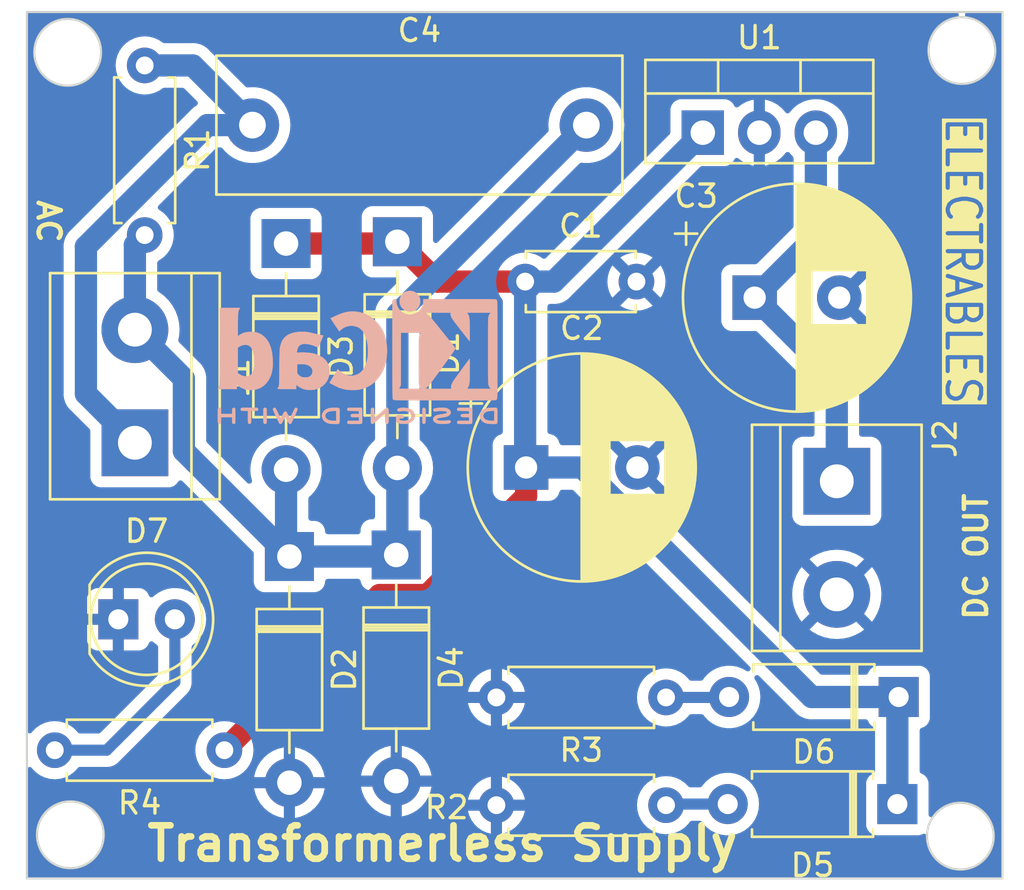
<source format=kicad_pcb>
(kicad_pcb (version 20221018) (generator pcbnew)
  (layers (0 "F.Cu" signal) (31 "B.Cu" signal) (34 "B.Paste" user) (35 "F.Paste" user) (36 "B.SilkS" user "B.Silkscreen") (37 "F.SilkS" user "F.Silkscreen") (38 "B.Mask" user) (39 "F.Mask" user) (44 "Edge.Cuts" user))
  (net 0 "")
  (net 1 "Net-(D1-K)")
  (net 2 "GND")
  (net 3 "/5V")
  (net 4 "Net-(J1-Pin_1)")
  (net 5 "Net-(D1-A)")
  (net 6 "Net-(D5-A)")
  (net 7 "Net-(D6-A)")
  (net 8 "Net-(D7-A)")
  (footprint "Diode_THT:D_DO-41_SOD81_P10.16mm_Horizontal" (layer "F.Cu") (at 132.62 93.846161 -90)
    (fp_text reference "D2" (at 5.08 -2.47 90) (layer "F.SilkS"))
    (fp_text value "1N4007")
    (pad "1" thru_hole rect (at 0 0 270) (size 2.2 2.2) (drill 1.1) (layers "*.Cu" "*.Mask") (net 5 "Net-(D1-A)"))
    (pad "2" thru_hole oval (at 10.16 0 270) (size 2.2 2.2) (drill 1.1) (layers "*.Cu" "*.Mask") (net 2 "GND"))
  )
  (footprint "Package_TO_SOT_THT:TO-220-3_Vertical" (layer "F.Cu") (at 151.19 74.806161)
    (fp_text reference "U1" (at 2.54 -4.27) (layer "F.SilkS"))
    (fp_text value "L7805")
    (pad "1" thru_hole rect (at 0 0) (size 1.905 2) (drill 1.1) (layers "*.Cu" "*.Mask") (net 1 "Net-(D1-K)"))
    (pad "2" thru_hole oval (at 2.54 0) (size 1.905 2) (drill 1.1) (layers "*.Cu" "*.Mask") (net 2 "GND"))
    (pad "3" thru_hole oval (at 5.08 0) (size 1.905 2) (drill 1.1) (layers "*.Cu" "*.Mask") (net 3 "/5V"))
  )
  (footprint "Capacitor_THT:C_Rect_L18.0mm_W6.0mm_P15.00mm_FKS3_FKP3" (layer "F.Cu") (at 130.96 74.466161)
    (fp_text reference "C4" (at 7.5 -4.25) (layer "F.SilkS"))
    (fp_text value "225k/2.2uF")
    (pad "1" thru_hole circle (at 0 0) (size 2.4 2.4) (drill 1.2) (layers "*.Cu" "*.Mask") (net 4 "Net-(J1-Pin_1)"))
    (pad "2" thru_hole circle (at 15 0) (size 2.4 2.4) (drill 1.2) (layers "*.Cu" "*.Mask") (net 5 "Net-(D1-A)"))
  )
  (footprint "Diode_THT:D_DO-41_SOD81_P10.16mm_Horizontal" (layer "F.Cu") (at 132.47 79.786161 -90)
    (fp_text reference "D3" (at 5.08 -2.47 90) (layer "F.SilkS"))
    (fp_text value "1N4007")
    (pad "1" thru_hole rect (at 0 0 270) (size 2.2 2.2) (drill 1.1) (layers "*.Cu" "*.Mask") (net 1 "Net-(D1-K)"))
    (pad "2" thru_hole oval (at 10.16 0 270) (size 2.2 2.2) (drill 1.1) (layers "*.Cu" "*.Mask") (net 5 "Net-(D1-A)"))
  )
  (footprint "Capacitor_THT:C_Disc_D4.7mm_W2.5mm_P5.00mm" (layer "F.Cu") (at 143.21 81.496161)
    (fp_text reference "C1" (at 2.5 -2.5) (layer "F.SilkS"))
    (fp_text value "0.1uF")
    (pad "1" thru_hole circle (at 0 0) (size 1.6 1.6) (drill 0.8) (layers "*.Cu" "*.Mask") (net 1 "Net-(D1-K)"))
    (pad "2" thru_hole circle (at 5 0) (size 1.6 1.6) (drill 0.8) (layers "*.Cu" "*.Mask") (net 2 "GND"))
  )
  (footprint "Diode_THT:D_DO-41_SOD81_P10.16mm_Horizontal" (layer "F.Cu") (at 137.47 79.706161 -90)
    (fp_text reference "D1" (at 5.01 -2.24 90) (layer "F.SilkS"))
    (fp_text value "1N4007")
    (pad "1" thru_hole rect (at 0 0 270) (size 2.2 2.2) (drill 1.1) (layers "*.Cu" "*.Mask") (net 1 "Net-(D1-K)"))
    (pad "2" thru_hole oval (at 10.16 0 270) (size 2.2 2.2) (drill 1.1) (layers "*.Cu" "*.Mask") (net 5 "Net-(D1-A)"))
  )
  (footprint "TerminalBlock:TerminalBlock_bornier-2_P5.08mm" (layer "F.Cu") (at 125.68 88.736161 90)
    (fp_text reference "J1" (at 2.94 4.62 90) (layer "F.SilkS"))
    (fp_text value "Screw_Terminal_01x02")
    (pad "1" thru_hole rect (at 0 0 90) (size 3 3) (drill 1.52) (layers "*.Cu" "*.Mask") (net 4 "Net-(J1-Pin_1)"))
    (pad "2" thru_hole circle (at 5.08 0 90) (size 3 3) (drill 1.52) (layers "*.Cu" "*.Mask") (net 5 "Net-(D1-A)"))
  )
  (footprint "Diode_THT:D_A-405_P7.62mm_Horizontal" (layer "F.Cu") (at 159.93 104.966161 180)
    (fp_text reference "D5" (at 3.81 -2.75) (layer "F.SilkS"))
    (fp_text value "D_Zener")
    (pad "1" thru_hole rect (at 0 0 180) (size 1.8 1.8) (drill 0.9) (layers "*.Cu" "*.Mask") (net 1 "Net-(D1-K)"))
    (pad "2" thru_hole oval (at 7.62 0 180) (size 1.8 1.8) (drill 0.9) (layers "*.Cu" "*.Mask") (net 6 "Net-(D5-A)"))
  )
  (footprint "Diode_THT:D_A-405_P7.62mm_Horizontal" (layer "F.Cu") (at 159.99 100.156161 180)
    (fp_text reference "D6" (at 3.81 -2.47) (layer "F.SilkS"))
    (fp_text value "D_Zener")
    (pad "1" thru_hole rect (at 0 0 180) (size 1.8 1.8) (drill 0.9) (layers "*.Cu" "*.Mask") (net 1 "Net-(D1-K)"))
    (pad "2" thru_hole oval (at 7.62 0 180) (size 1.8 1.8) (drill 0.9) (layers "*.Cu" "*.Mask") (net 7 "Net-(D6-A)"))
  )
  (footprint "Resistor_THT:R_Axial_DIN0207_L6.3mm_D2.5mm_P7.62mm_Horizontal" (layer "F.Cu") (at 129.7 102.546161 180)
    (fp_text reference "R4" (at 3.81 -2.37) (layer "F.SilkS"))
    (fp_text value "2.2k")
    (pad "1" thru_hole circle (at 0 0 180) (size 1.6 1.6) (drill 0.8) (layers "*.Cu" "*.Mask") (net 1 "Net-(D1-K)"))
    (pad "2" thru_hole oval (at 7.62 0 180) (size 1.6 1.6) (drill 0.8) (layers "*.Cu" "*.Mask") (net 8 "Net-(D7-A)"))
  )
  (footprint "Resistor_THT:R_Axial_DIN0207_L6.3mm_D2.5mm_P7.62mm_Horizontal" (layer "F.Cu") (at 126.12 71.786161 -90)
    (fp_text reference "R1" (at 3.81 -2.37 90) (layer "F.SilkS"))
    (fp_text value "1M")
    (pad "1" thru_hole circle (at 0 0 270) (size 1.6 1.6) (drill 0.8) (layers "*.Cu" "*.Mask") (net 4 "Net-(J1-Pin_1)"))
    (pad "2" thru_hole oval (at 7.62 0 270) (size 1.6 1.6) (drill 0.8) (layers "*.Cu" "*.Mask") (net 5 "Net-(D1-A)"))
  )
  (footprint "Diode_THT:D_DO-41_SOD81_P10.16mm_Horizontal" (layer "F.Cu") (at 137.42 93.776161 -90)
    (fp_text reference "D4" (at 5.08 -2.47 90) (layer "F.SilkS"))
    (fp_text value "1N4007")
    (pad "1" thru_hole rect (at 0 0 270) (size 2.2 2.2) (drill 1.1) (layers "*.Cu" "*.Mask") (net 5 "Net-(D1-A)"))
    (pad "2" thru_hole oval (at 10.16 0 270) (size 2.2 2.2) (drill 1.1) (layers "*.Cu" "*.Mask") (net 2 "GND"))
  )
  (footprint "LED_THT:LED_D5.0mm" (layer "F.Cu") (at 124.935 96.666161)
    (fp_text reference "D7" (at 1.27 -3.96) (layer "F.SilkS"))
    (fp_text value "LED")
    (pad "1" thru_hole rect (at 0 0) (size 1.8 1.8) (drill 0.9) (layers "*.Cu" "*.Mask") (net 2 "GND"))
    (pad "2" thru_hole circle (at 2.54 0) (size 1.8 1.8) (drill 0.9) (layers "*.Cu" "*.Mask") (net 8 "Net-(D7-A)"))
  )
  (footprint "Resistor_THT:R_Axial_DIN0207_L6.3mm_D2.5mm_P7.62mm_Horizontal" (layer "F.Cu") (at 149.54 100.176161 180)
    (fp_text reference "R3" (at 3.81 -2.37) (layer "F.SilkS"))
    (fp_text value "20k")
    (pad "1" thru_hole circle (at 0 0 180) (size 1.6 1.6) (drill 0.8) (layers "*.Cu" "*.Mask") (net 7 "Net-(D6-A)"))
    (pad "2" thru_hole oval (at 7.62 0 180) (size 1.6 1.6) (drill 0.8) (layers "*.Cu" "*.Mask") (net 2 "GND"))
  )
  (footprint "Capacitor_THT:CP_Radial_D10.0mm_P3.80mm" (layer "F.Cu") (at 153.52 82.216161)
    (fp_text reference "C3" (at -2.63 -4.56) (layer "F.SilkS"))
    (fp_text value "470uF")
    (pad "1" thru_hole rect (at 0 0) (size 2 2) (drill 1) (layers "*.Cu" "*.Mask") (net 3 "/5V"))
    (pad "2" thru_hole circle (at 3.8 0) (size 2 2) (drill 1) (layers "*.Cu" "*.Mask") (net 2 "GND"))
  )
  (footprint "Capacitor_THT:CP_Radial_D10.0mm_P5.00mm" (layer "F.Cu") (at 143.252323 89.846161)
    (fp_text reference "C2" (at 2.5 -6.25) (layer "F.SilkS"))
    (fp_text value "1000uF")
    (pad "1" thru_hole rect (at 0 0) (size 2 2) (drill 1) (layers "*.Cu" "*.Mask") (net 1 "Net-(D1-K)"))
    (pad "2" thru_hole circle (at 5 0) (size 2 2) (drill 1) (layers "*.Cu" "*.Mask") (net 2 "GND"))
  )
  (footprint "TerminalBlock:TerminalBlock_bornier-2_P5.08mm" (layer "F.Cu") (at 157.21 90.466161 -90)
    (fp_text reference "J2" (at -1.916161 -4.86 90) (layer "F.SilkS"))
    (fp_text value "Screw_Terminal_01x02")
    (pad "1" thru_hole rect (at 0 0 270) (size 3 3) (drill 1.52) (layers "*.Cu" "*.Mask") (net 3 "/5V"))
    (pad "2" thru_hole circle (at 5.08 0 270) (size 3 3) (drill 1.52) (layers "*.Cu" "*.Mask") (net 2 "GND"))
  )
  (footprint "Resistor_THT:R_Axial_DIN0207_L6.3mm_D2.5mm_P7.62mm_Horizontal" (layer "F.Cu") (at 149.54 105.016161 180)
    (fp_text reference "R2" (at 9.86 -0.103839) (layer "F.SilkS"))
    (fp_text value "20k")
    (pad "1" thru_hole circle (at 0 0 180) (size 1.6 1.6) (drill 0.8) (layers "*.Cu" "*.Mask") (net 6 "Net-(D5-A)"))
    (pad "2" thru_hole oval (at 7.62 0 180) (size 1.6 1.6) (drill 0.8) (layers "*.Cu" "*.Mask") (net 2 "GND"))
  )
  (footprint "Symbol:KiCad-Logo2_5mm_SilkScreen" (layer "B.Cu") (at 135.69 84.89 180)
    (fp_text reference "REF**" hide)
    (fp_text value "KiCad-Logo2_5mm_SilkScreen" hide)
  )
  (gr_circle (center 162.76 106.406161) (end 161.26 106.406161) (stroke (width 0.1)) (fill none) (layer "Edge.Cuts"))
  (gr_circle (center 122.66 71.196161) (end 121.16 71.196161) (stroke (width 0.1)) (fill none) (layer "Edge.Cuts"))
  (gr_circle (center 122.78 106.346161) (end 121.28 106.346161) (stroke (width 0.1)) (fill none) (layer "Edge.Cuts"))
  (gr_rect (start 120.83 69.386161) (end 164.65 108.306161) (stroke (width 0.1)) (fill none) (layer "Edge.Cuts"))
  (gr_circle (center 162.83 71.116161) (end 161.33 71.116161) (stroke (width 0.1)) (fill none) (layer "Edge.Cuts"))
  (gr_text "DC OUT\n" (at 164.05 96.79 90) (layer "F.SilkS") (effects (font (size 1 1) (thickness 0.2) bold) (justify left bottom)))
  (gr_text "ELECTRABLES" (at 162 74 270) (layer "F.SilkS" knockout) (effects (font (size 1.5 1.3) (thickness 0.1875)) (justify left bottom)))
  (gr_text "Transformerless Supply" (at 126.08 107.62) (layer "F.SilkS") (effects (font (size 1.5 1.5) (thickness 0.3) bold) (justify left bottom)))
  (gr_text "AC\n" (at 121.22 77.73 270) (layer "F.SilkS") (effects (font (size 1 1) (thickness 0.2) bold) (justify left bottom)))
  (segment (start 129.7 102.546161) (end 136.67 95.576161) (width 1) (layer "F.Cu") (net 1))
  (segment (start 132.47 79.786161) (end 137.39 79.786161) (width 1) (layer "F.Cu") (net 1))
  (segment (start 136.67 95.576161) (end 138.82 95.576161) (width 1) (layer "F.Cu") (net 1))
  (segment (start 143.21 81.496161) (end 139.26 81.496161) (width 1) (layer "F.Cu") (net 1))
  (segment (start 137.39 79.786161) (end 137.47 79.706161) (width 1) (layer "F.Cu") (net 1))
  (segment (start 143.252323 91.143838) (end 143.252323 89.846161) (width 1) (layer "F.Cu") (net 1))
  (segment (start 138.82 95.576161) (end 143.252323 91.143838) (width 1) (layer "F.Cu") (net 1))
  (segment (start 139.26 81.496161) (end 137.47 79.706161) (width 1) (layer "F.Cu") (net 1))
  (segment (start 159.93 104.966161) (end 159.93 100.216161) (width 1) (layer "B.Cu") (net 1))
  (segment (start 143.21 89.803838) (end 143.252323 89.846161) (width 1) (layer "B.Cu") (net 1))
  (segment (start 159.93 100.216161) (end 159.99 100.156161) (width 1) (layer "B.Cu") (net 1))
  (segment (start 143.21 81.496161) (end 143.21 89.803838) (width 1) (layer "B.Cu") (net 1))
  (segment (start 151.19 74.806161) (end 144.5 81.496161) (width 1) (layer "B.Cu") (net 1))
  (segment (start 144.5 81.496161) (end 143.21 81.496161) (width 1) (layer "B.Cu") (net 1))
  (segment (start 145.77 89.846161) (end 143.252323 89.846161) (width 1) (layer "B.Cu") (net 1))
  (segment (start 156.08 100.156161) (end 145.77 89.846161) (width 1) (layer "B.Cu") (net 1))
  (segment (start 132.55 79.706161) (end 132.47 79.786161) (width 1) (layer "B.Cu") (net 1))
  (segment (start 159.99 100.156161) (end 156.08 100.156161) (width 1) (layer "B.Cu") (net 1))
  (segment (start 156.27 74.806161) (end 156.27 79.466161) (width 1) (layer "B.Cu") (net 3))
  (segment (start 156.27 79.466161) (end 153.52 82.216161) (width 1) (layer "B.Cu") (net 3))
  (segment (start 157.21 90.466161) (end 157.21 85.906161) (width 1) (layer "B.Cu") (net 3))
  (segment (start 157.21 85.906161) (end 153.52 82.216161) (width 1) (layer "B.Cu") (net 3))
  (segment (start 123.48 86.536161) (end 123.48 79.92484) (width 1) (layer "B.Cu") (net 4))
  (segment (start 126.12 71.786161) (end 128.28 71.786161) (width 1) (layer "B.Cu") (net 4))
  (segment (start 123.48 79.92484) (end 128.938679 74.466161) (width 1) (layer "B.Cu") (net 4))
  (segment (start 125.68 88.736161) (end 123.48 86.536161) (width 1) (layer "B.Cu") (net 4))
  (segment (start 128.28 71.786161) (end 130.96 74.466161) (width 1) (layer "B.Cu") (net 4))
  (segment (start 128.938679 74.466161) (end 130.96 74.466161) (width 1) (layer "B.Cu") (net 4))
  (segment (start 127.88 89.106161) (end 132.62 93.846161) (width 1) (layer "B.Cu") (net 5))
  (segment (start 137.47 93.726161) (end 137.42 93.776161) (width 1) (layer "B.Cu") (net 5))
  (segment (start 125.68 83.656161) (end 125.68 79.846161) (width 1) (layer "B.Cu") (net 5))
  (segment (start 132.47 89.946161) (end 132.47 93.696161) (width 1) (layer "B.Cu") (net 5))
  (segment (start 132.62 93.846161) (end 137.35 93.846161) (width 1) (layer "B.Cu") (net 5))
  (segment (start 137.35 93.846161) (end 137.42 93.776161) (width 1) (layer "B.Cu") (net 5))
  (segment (start 127.88 85.856161) (end 127.88 89.106161) (width 1) (layer "B.Cu") (net 5))
  (segment (start 132.47 93.696161) (end 132.62 93.846161) (width 1) (layer "B.Cu") (net 5))
  (segment (start 137.47 89.866161) (end 137.47 93.726161) (width 1) (layer "B.Cu") (net 5))
  (segment (start 137.47 82.956161) (end 137.47 89.866161) (width 1) (layer "B.Cu") (net 5))
  (segment (start 137.83 90.226161) (end 137.47 89.866161) (width 1) (layer "B.Cu") (net 5))
  (segment (start 125.68 83.656161) (end 127.88 85.856161) (width 1) (layer "B.Cu") (net 5))
  (segment (start 145.96 74.466161) (end 137.47 82.956161) (width 1) (layer "B.Cu") (net 5))
  (segment (start 137.39 89.946161) (end 137.47 89.866161) (width 1) (layer "B.Cu") (net 5))
  (segment (start 125.68 79.846161) (end 126.12 79.406161) (width 1) (layer "B.Cu") (net 5))
  (segment (start 152.31 104.966161) (end 149.59 104.966161) (width 0.5) (layer "B.Cu") (net 6))
  (segment (start 149.59 104.966161) (end 149.54 105.016161) (width 0.5) (layer "B.Cu") (net 6))
  (segment (start 152.35 100.176161) (end 152.37 100.156161) (width 0.5) (layer "B.Cu") (net 7))
  (segment (start 149.54 100.176161) (end 152.35 100.176161) (width 0.5) (layer "B.Cu") (net 7))
  (segment (start 124.41 102.546161) (end 127.475 99.481161) (width 0.5) (layer "B.Cu") (net 8))
  (segment (start 127.475 99.481161) (end 127.475 96.666161) (width 0.5) (layer "B.Cu") (net 8))
  (segment (start 122.08 102.546161) (end 124.41 102.546161) (width 0.5) (layer "B.Cu") (net 8))
  (zone (net 2) (net_name "GND") (layer "B.Cu") (connect_pads (clearance 0.5)) (min_thickness 0.25) (fill yes (thermal_gap 0.5) (thermal_bridge_width 0.5))
    (polygon (pts (xy 165.62 68.846161) (xy 165.62 108.846161) (xy 119.62 108.846161) (xy 119.62 68.846161)))
  )
)
</source>
